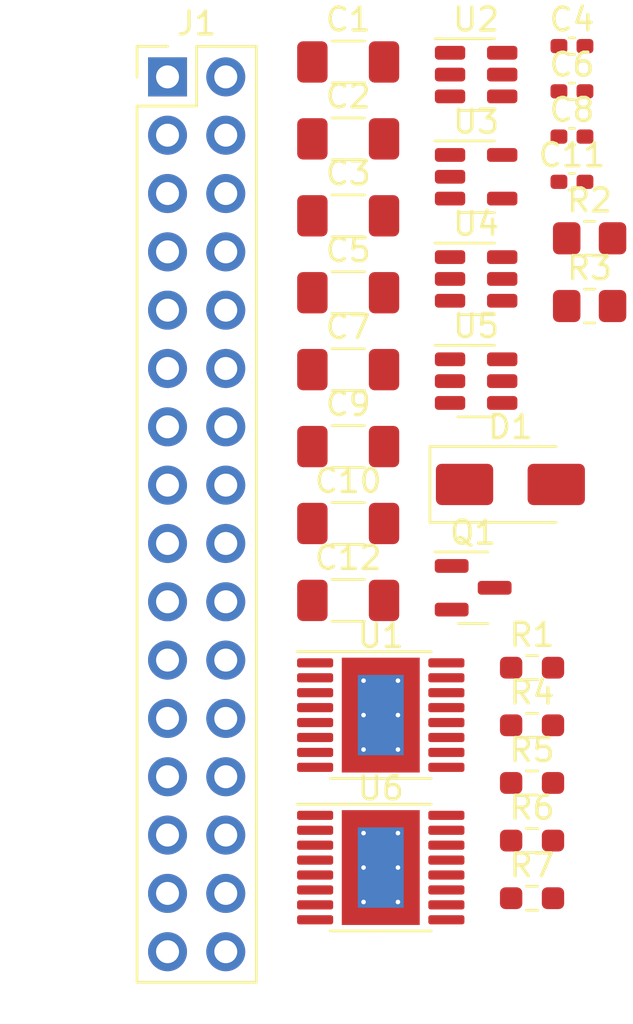
<source format=kicad_pcb>
(kicad_pcb (version 20221018) (generator pcbnew)
  (layers (0 "F.Cu" signal) (31 "B.Cu" signal) (34 "B.Paste" user) (35 "F.Paste" user) (36 "B.SilkS" user "B.Silkscreen") (37 "F.SilkS" user "F.Silkscreen") (38 "B.Mask" user) (39 "F.Mask" user) (44 "Edge.Cuts" user))
  (net 0 "")
  (net 1 "/5V")
  (net 2 "GND")
  (net 3 "/PWR_OUT")
  (net 4 "Net-(U1-VINT)")
  (net 5 "Net-(U1-VCP)")
  (net 6 "Net-(U6-VCP)")
  (net 7 "/EXT_LOAD1_OUT")
  (net 8 "/EXT_LOAD2_OUT")
  (net 9 "Net-(U6-VINT)")
  (net 10 "Net-(D1-A)")
  (net 11 "/MOTOR2_B_OUT")
  (net 12 "/MOTOR2_A_OUT")
  (net 13 "/MOTOR4_A_OUT")
  (net 14 "/MOTOR2_CTRL1")
  (net 15 "/MOTOR4_B_OUT")
  (net 16 "/MOTOR2_CTRL2")
  (net 17 "/CTRL_EXT_LOAD2")
  (net 18 "/MOTOR4_CTRL1")
  (net 20 "/MOTOR4_CTRL2")
  (net 22 "/FAST_CHARGE_CTRL")
  (net 23 "/BATTERY")
  (net 25 "/I2C1_SCL")
  (net 26 "/I2C1_SDA")
  (net 27 "/3V3")
  (net 28 "/9V")
  (net 29 "/MOTOR3_CTRL1")
  (net 30 "/CTRL_EXT_LOAD1")
  (net 31 "/MOTOR3_CTRL2")
  (net 32 "/MOTOR3_A_OUT")
  (net 33 "/MOTOR1_CTRL1")
  (net 34 "/MOTOR3_B_OUT")
  (net 35 "/MOTOR1_CTRL2")
  (net 36 "/MOTOR1_B_OUT")
  (net 37 "/MOTOR1_A_OUT")
  (net 38 "Net-(Q1-G)")
  (net 39 "Net-(U2-FB)")
  (net 40 "Net-(U1-AISEN)")
  (net 41 "Net-(U1-BISEN)")
  (net 42 "Net-(U6-AISEN)")
  (net 43 "Net-(U6-BISEN)")
  (footprint "Resistor_SMD:R_0603_1608Metric_Pad0.98x0.95mm_HandSolder" (layer "F.Cu") (at 133.7075 99.12)
    (fp_text reference "R5" (at 0 -1.43) (layer "F.SilkS"))
    (fp_text value "1")
    (fp_line (start -0.254724 -0.5225) (end 0.254724 -0.5225) (stroke (width 0.12)) (layer "F.SilkS"))
    (fp_line (start -0.254724 0.5225) (end 0.254724 0.5225) (stroke (width 0.12)) (layer "F.SilkS"))
    (pad "1" smd roundrect (at -0.9125 0) (size 0.975 0.95) (layers "F.Cu" "F.Paste" "F.Mask") (net 41 "Net-(U1-BISEN)"))
    (pad "2" smd roundrect (at 0.9125 0) (size 0.975 0.95) (layers "F.Cu" "F.Paste" "F.Mask") (net 2 "GND"))
  )
  (footprint "Resistor_SMD:R_0603_1608Metric_Pad0.98x0.95mm_HandSolder" (layer "F.Cu") (at 133.7075 96.61)
    (fp_text reference "R4" (at 0 -1.43) (layer "F.SilkS"))
    (fp_text value "1")
    (fp_line (start -0.254724 -0.5225) (end 0.254724 -0.5225) (stroke (width 0.12)) (layer "F.SilkS"))
    (fp_line (start -0.254724 0.5225) (end 0.254724 0.5225) (stroke (width 0.12)) (layer "F.SilkS"))
    (pad "1" smd roundrect (at -0.9125 0) (size 0.975 0.95) (layers "F.Cu" "F.Paste" "F.Mask") (net 2 "GND"))
    (pad "2" smd roundrect (at 0.9125 0) (size 0.975 0.95) (layers "F.Cu" "F.Paste" "F.Mask") (net 40 "Net-(U1-AISEN)"))
  )
  (footprint "Capacitor_SMD:C_1206_3216Metric_Pad1.33x1.80mm_HandSolder" (layer "F.Cu") (at 125.6875 67.72)
    (fp_text reference "C1" (at 0 -1.85) (layer "F.SilkS"))
    (fp_text value "1uF")
    (fp_line (start -0.711252 -0.91) (end 0.711252 -0.91) (stroke (width 0.12)) (layer "F.SilkS"))
    (fp_line (start -0.711252 0.91) (end 0.711252 0.91) (stroke (width 0.12)) (layer "F.SilkS"))
    (pad "1" smd roundrect (at -1.5625 0) (size 1.325 1.8) (layers "F.Cu" "F.Paste" "F.Mask") (roundrect_rratio 0.188679) (net 1 "/5V"))
    (pad "2" smd roundrect (at 1.5625 0) (size 1.325 1.8) (layers "F.Cu" "F.Paste" "F.Mask") (roundrect_rratio 0.188679) (net 2 "GND"))
  )
  (footprint "Package_SO:HTSSOP-16-1EP_4.4x5mm_P0.65mm_EP3.4x5mm_Mask2.46x2.31mm_ThermalVias" (layer "F.Cu") (at 127.1075 102.805)
    (fp_text reference "U6" (at 0 -3.45) (layer "F.SilkS"))
    (fp_text value "DRV8833PWP")
    (fp_line (start 0 -2.76) (end -3.65 -2.76) (stroke (width 0.12)) (layer "F.SilkS"))
    (fp_line (start 0 -2.76) (end 2.2 -2.76) (stroke (width 0.12)) (layer "F.SilkS"))
    (fp_line (start 0 2.76) (end -2.2 2.76) (stroke (width 0.12)) (layer "F.SilkS"))
    (fp_line (start 0 2.76) (end 2.2 2.76) (stroke (width 0.12)) (layer "F.SilkS"))
    (pad "1" smd roundrect (at -2.8625 -2.275) (size 1.575 0.4) (layers "F.Cu" "F.Paste" "F.Mask") (net 3 "/PWR_OUT"))
    (pad "2" smd roundrect (at -2.8625 -1.625) (size 1.575 0.4) (layers "F.Cu" "F.Paste" "F.Mask") (net 32 "/MOTOR3_A_OUT"))
    (pad "3" smd roundrect (at -2.8625 -0.975) (size 1.575 0.4) (layers "F.Cu" "F.Paste" "F.Mask") (net 42 "Net-(U6-AISEN)"))
    (pad "4" smd roundrect (at -2.8625 -0.325) (size 1.575 0.4) (layers "F.Cu" "F.Paste" "F.Mask") (net 34 "/MOTOR3_B_OUT"))
    (pad "5" smd roundrect (at -2.8625 0.325) (size 1.575 0.4) (layers "F.Cu" "F.Paste" "F.Mask") (net 15 "/MOTOR4_B_OUT"))
    (pad "6" smd roundrect (at -2.8625 0.975) (size 1.575 0.4) (layers "F.Cu" "F.Paste" "F.Mask") (net 43 "Net-(U6-BISEN)"))
    (pad "7" smd roundrect (at -2.8625 1.625) (size 1.575 0.4) (layers "F.Cu" "F.Paste" "F.Mask") (net 13 "/MOTOR4_A_OUT"))
    (pad "8" smd roundrect (at -2.8625 2.275) (size 1.575 0.4) (layers "F.Cu" "F.Paste" "F.Mask"))
    (pad "9" smd roundrect (at 2.8625 2.275) (size 1.575 0.4) (layers "F.Cu" "F.Paste" "F.Mask") (net 18 "/MOTOR4_CTRL1"))
    (pad "10" smd roundrect (at 2.8625 1.625) (size 1.575 0.4) (layers "F.Cu" "F.Paste" "F.Mask") (net 20 "/MOTOR4_CTRL2"))
    (pad "11" smd roundrect (at 2.8625 0.975) (size 1.575 0.4) (layers "F.Cu" "F.Paste" "F.Mask") (net 6 "Net-(U6-VCP)"))
    (pad "12" smd roundrect (at 2.8625 0.325) (size 1.575 0.4) (layers "F.Cu" "F.Paste" "F.Mask") (net 3 "/PWR_OUT"))
    (pad "13" smd roundrect (at 2.8625 -0.325) (size 1.575 0.4) (layers "F.Cu" "F.Paste" "F.Mask") (net 2 "GND"))
    (pad "14" smd roundrect (at 2.8625 -0.975) (size 1.575 0.4) (layers "F.Cu" "F.Paste" "F.Mask") (net 9 "Net-(U6-VINT)"))
    (pad "15" smd roundrect (at 2.8625 -1.625) (size 1.575 0.4) (layers "F.Cu" "F.Paste" "F.Mask") (net 31 "/MOTOR3_CTRL2"))
    (pad "16" smd roundrect (at 2.8625 -2.275) (size 1.575 0.4) (layers "F.Cu" "F.Paste" "F.Mask") (net 29 "/MOTOR3_CTRL1"))
    (pad "17" thru_hole circle (at -0.75 -1.5) (size 0.5 0.5) (drill 0.2) (layers "*.Cu") (net 2 "GND"))
    (pad "17" thru_hole circle (at -0.75 0) (size 0.5 0.5) (drill 0.2) (layers "*.Cu") (net 2 "GND"))
    (pad "17" thru_hole circle (at -0.75 1.5) (size 0.5 0.5) (drill 0.2) (layers "*.Cu") (net 2 "GND"))
    (pad "17" smd rect (at 0 0) (size 2 3.5) (layers "B.Cu") (net 2 "GND"))
    (pad "17" smd rect (at 0 0) (size 3.4 5) (layers "F.Cu") (net 2 "GND"))
    (pad "17" thru_hole circle (at 0.75 -1.5) (size 0.5 0.5) (drill 0.2) (layers "*.Cu") (net 2 "GND"))
    (pad "17" thru_hole circle (at 0.75 0) (size 0.5 0.5) (drill 0.2) (layers "*.Cu") (net 2 "GND"))
    (pad "17" thru_hole circle (at 0.75 1.5) (size 0.5 0.5) (drill 0.2) (layers "*.Cu") (net 2 "GND"))
  )
  (footprint "Capacitor_SMD:C_1206_3216Metric_Pad1.33x1.80mm_HandSolder" (layer "F.Cu") (at 125.6875 84.47)
    (fp_text reference "C9" (at 0 -1.85) (layer "F.SilkS"))
    (fp_text value "1uF")
    (fp_line (start -0.711252 -0.91) (end 0.711252 -0.91) (stroke (width 0.12)) (layer "F.SilkS"))
    (fp_line (start -0.711252 0.91) (end 0.711252 0.91) (stroke (width 0.12)) (layer "F.SilkS"))
    (pad "1" smd roundrect (at -1.5625 0) (size 1.325 1.8) (layers "F.Cu" "F.Paste" "F.Mask") (roundrect_rratio 0.188679) (net 7 "/EXT_LOAD1_OUT"))
    (pad "2" smd roundrect (at 1.5625 0) (size 1.325 1.8) (layers "F.Cu" "F.Paste" "F.Mask") (roundrect_rratio 0.188679) (net 2 "GND"))
  )
  (footprint "Resistor_SMD:R_0603_1608Metric_Pad0.98x0.95mm_HandSolder" (layer "F.Cu") (at 133.7075 101.63)
    (fp_text reference "R6" (at 0 -1.43) (layer "F.SilkS"))
    (fp_text value "0.4")
    (fp_line (start -0.254724 -0.5225) (end 0.254724 -0.5225) (stroke (width 0.12)) (layer "F.SilkS"))
    (fp_line (start -0.254724 0.5225) (end 0.254724 0.5225) (stroke (width 0.12)) (layer "F.SilkS"))
    (pad "1" smd roundrect (at -0.9125 0) (size 0.975 0.95) (layers "F.Cu" "F.Paste" "F.Mask") (net 42 "Net-(U6-AISEN)"))
    (pad "2" smd roundrect (at 0.9125 0) (size 0.975 0.95) (layers "F.Cu" "F.Paste" "F.Mask") (net 2 "GND"))
  )
  (footprint "Package_SO:HTSSOP-16-1EP_4.4x5mm_P0.65mm_EP3.4x5mm_Mask2.46x2.31mm_ThermalVias" (layer "F.Cu") (at 127.1075 96.165)
    (fp_text reference "U1" (at 0 -3.45) (layer "F.SilkS"))
    (fp_text value "DRV8833PWP")
    (fp_line (start 0 -2.76) (end -3.65 -2.76) (stroke (width 0.12)) (layer "F.SilkS"))
    (fp_line (start 0 -2.76) (end 2.2 -2.76) (stroke (width 0.12)) (layer "F.SilkS"))
    (fp_line (start 0 2.76) (end -2.2 2.76) (stroke (width 0.12)) (layer "F.SilkS"))
    (fp_line (start 0 2.76) (end 2.2 2.76) (stroke (width 0.12)) (layer "F.SilkS"))
    (pad "1" smd roundrect (at -2.8625 -2.275) (size 1.575 0.4) (layers "F.Cu" "F.Paste" "F.Mask") (net 3 "/PWR_OUT"))
    (pad "2" smd roundrect (at -2.8625 -1.625) (size 1.575 0.4) (layers "F.Cu" "F.Paste" "F.Mask") (net 37 "/MOTOR1_A_OUT"))
    (pad "3" smd roundrect (at -2.8625 -0.975) (size 1.575 0.4) (layers "F.Cu" "F.Paste" "F.Mask") (net 40 "Net-(U1-AISEN)"))
    (pad "4" smd roundrect (at -2.8625 -0.325) (size 1.575 0.4) (layers "F.Cu" "F.Paste" "F.Mask") (net 36 "/MOTOR1_B_OUT"))
    (pad "5" smd roundrect (at -2.8625 0.325) (size 1.575 0.4) (layers "F.Cu" "F.Paste" "F.Mask") (net 11 "/MOTOR2_B_OUT"))
    (pad "6" smd roundrect (at -2.8625 0.975) (size 1.575 0.4) (layers "F.Cu" "F.Paste" "F.Mask") (net 41 "Net-(U1-BISEN)"))
    (pad "7" smd roundrect (at -2.8625 1.625) (size 1.575 0.4) (layers "F.Cu" "F.Paste" "F.Mask") (net 12 "/MOTOR2_A_OUT"))
    (pad "8" smd roundrect (at -2.8625 2.275) (size 1.575 0.4) (layers "F.Cu" "F.Paste" "F.Mask"))
    (pad "9" smd roundrect (at 2.8625 2.275) (size 1.575 0.4) (layers "F.Cu" "F.Paste" "F.Mask") (net 14 "/MOTOR2_CTRL1"))
    (pad "10" smd roundrect (at 2.8625 1.625) (size 1.575 0.4) (layers "F.Cu" "F.Paste" "F.Mask") (net 16 "/MOTOR2_CTRL2"))
    (pad "11" smd roundrect (at 2.8625 0.975) (size 1.575 0.4) (layers "F.Cu" "F.Paste" "F.Mask") (net 5 "Net-(U1-VCP)"))
    (pad "12" smd roundrect (at 2.8625 0.325) (size 1.575 0.4) (layers "F.Cu" "F.Paste" "F.Mask") (net 3 "/PWR_OUT"))
    (pad "13" smd roundrect (at 2.8625 -0.325) (size 1.575 0.4) (layers "F.Cu" "F.Paste" "F.Mask") (net 2 "GND"))
    (pad "14" smd roundrect (at 2.8625 -0.975) (size 1.575 0.4) (layers "F.Cu" "F.Paste" "F.Mask") (net 4 "Net-(U1-VINT)"))
    (pad "15" smd roundrect (at 2.8625 -1.625) (size 1.575 0.4) (layers "F.Cu" "F.Paste" "F.Mask") (net 35 "/MOTOR1_CTRL2"))
    (pad "16" smd roundrect (at 2.8625 -2.275) (size 1.575 0.4) (layers "F.Cu" "F.Paste" "F.Mask") (net 33 "/MOTOR1_CTRL1"))
    (pad "17" thru_hole circle (at -0.75 -1.5) (size 0.5 0.5) (drill 0.2) (layers "*.Cu") (net 2 "GND"))
    (pad "17" thru_hole circle (at -0.75 0) (size 0.5 0.5) (drill 0.2) (layers "*.Cu") (net 2 "GND"))
    (pad "17" thru_hole circle (at -0.75 1.5) (size 0.5 0.5) (drill 0.2) (layers "*.Cu") (net 2 "GND"))
    (pad "17" smd rect (at 0 0) (size 2 3.5) (layers "B.Cu") (net 2 "GND"))
    (pad "17" smd rect (at 0 0) (size 3.4 5) (layers "F.Cu") (net 2 "GND"))
    (pad "17" thru_hole circle (at 0.75 -1.5) (size 0.5 0.5) (drill 0.2) (layers "*.Cu") (net 2 "GND"))
    (pad "17" thru_hole circle (at 0.75 0) (size 0.5 0.5) (drill 0.2) (layers "*.Cu") (net 2 "GND"))
    (pad "17" thru_hole circle (at 0.75 1.5) (size 0.5 0.5) (drill 0.2) (layers "*.Cu") (net 2 "GND"))
  )
  (footprint "Package_TO_SOT_SMD:SOT-23-6" (layer "F.Cu") (at 131.2675 81.62)
    (fp_text reference "U5" (at 0 -2.4) (layer "F.SilkS"))
    (fp_text value "TPS22929D")
    (fp_line (start 0 -1.56) (end -1.8 -1.56) (stroke (width 0.12)) (layer "F.SilkS"))
    (fp_line (start 0 -1.56) (end 0.8 -1.56) (stroke (width 0.12)) (layer "F.SilkS"))
    (fp_line (start 0 1.56) (end -0.8 1.56) (stroke (width 0.12)) (layer "F.SilkS"))
    (fp_line (start 0 1.56) (end 0.8 1.56) (stroke (width 0.12)) (layer "F.SilkS"))
    (pad "1" smd roundrect (at -1.1375 -0.95) (size 1.325 0.6) (layers "F.Cu" "F.Paste" "F.Mask") (net 7 "/EXT_LOAD1_OUT"))
    (pad "2" smd roundrect (at -1.1375 0) (size 1.325 0.6) (layers "F.Cu" "F.Paste" "F.Mask") (net 2 "GND"))
    (pad "3" smd roundrect (at -1.1375 0.95) (size 1.325 0.6) (layers "F.Cu" "F.Paste" "F.Mask") (net 30 "/CTRL_EXT_LOAD1"))
    (pad "4" smd roundrect (at 1.1375 0.95) (size 1.325 0.6) (layers "F.Cu" "F.Paste" "F.Mask") (net 3 "/PWR_OUT"))
    (pad "5" smd roundrect (at 1.1375 0) (size 1.325 0.6) (layers "F.Cu" "F.Paste" "F.Mask") (net 2 "GND"))
    (pad "6" smd roundrect (at 1.1375 -0.95) (size 1.325 0.6) (layers "F.Cu" "F.Paste" "F.Mask") (net 3 "/PWR_OUT"))
  )
  (footprint "Capacitor_SMD:C_0402_1005Metric_Pad0.74x0.62mm_HandSolder" (layer "F.Cu") (at 135.4475 69)
    (fp_text reference "C6" (at 0 -1.16) (layer "F.SilkS"))
    (fp_text value "0.01uF")
    (fp_line (start -0.115835 -0.36) (end 0.115835 -0.36) (stroke (width 0.12)) (layer "F.SilkS"))
    (fp_line (start -0.115835 0.36) (end 0.115835 0.36) (stroke (width 0.12)) (layer "F.SilkS"))
    (pad "1" smd roundrect (at -0.5675 0) (size 0.735 0.62) (layers "F.Cu" "F.Paste" "F.Mask") (net 5 "Net-(U1-VCP)"))
    (pad "2" smd roundrect (at 0.5675 0) (size 0.735 0.62) (layers "F.Cu" "F.Paste" "F.Mask") (net 3 "/PWR_OUT"))
  )
  (footprint "Capacitor_SMD:C_1206_3216Metric_Pad1.33x1.80mm_HandSolder" (layer "F.Cu") (at 125.6875 91.17)
    (fp_text reference "C12" (at 0 -1.85) (layer "F.SilkS"))
    (fp_text value "10 uF")
    (fp_line (start -0.711252 -0.91) (end 0.711252 -0.91) (stroke (width 0.12)) (layer "F.SilkS"))
    (fp_line (start -0.711252 0.91) (end 0.711252 0.91) (stroke (width 0.12)) (layer "F.SilkS"))
    (pad "1" smd roundrect (at -1.5625 0) (size 1.325 1.8) (layers "F.Cu" "F.Paste" "F.Mask") (roundrect_rratio 0.188679) (net 3 "/PWR_OUT"))
    (pad "2" smd roundrect (at 1.5625 0) (size 1.325 1.8) (layers "F.Cu" "F.Paste" "F.Mask") (roundrect_rratio 0.188679) (net 2 "GND"))
  )
  (footprint "Capacitor_SMD:C_0402_1005Metric_Pad0.74x0.62mm_HandSolder" (layer "F.Cu") (at 135.4475 67.03)
    (fp_text reference "C4" (at 0 -1.16) (layer "F.SilkS"))
    (fp_text value "2.2 uF")
    (fp_line (start -0.115835 -0.36) (end 0.115835 -0.36) (stroke (width 0.12)) (layer "F.SilkS"))
    (fp_line (start -0.115835 0.36) (end 0.115835 0.36) (stroke (width 0.12)) (layer "F.SilkS"))
    (pad "1" smd roundrect (at -0.5675 0) (size 0.735 0.62) (layers "F.Cu" "F.Paste" "F.Mask") (net 4 "Net-(U1-VINT)"))
    (pad "2" smd roundrect (at 0.5675 0) (size 0.735 0.62) (layers "F.Cu" "F.Paste" "F.Mask") (net 2 "GND"))
  )
  (footprint "Capacitor_SMD:C_0402_1005Metric_Pad0.74x0.62mm_HandSolder" (layer "F.Cu") (at 135.4475 70.97)
    (fp_text reference "C8" (at 0 -1.16) (layer "F.SilkS"))
    (fp_text value "0.01uF")
    (fp_line (start -0.115835 -0.36) (end 0.115835 -0.36) (stroke (width 0.12)) (layer "F.SilkS"))
    (fp_line (start -0.115835 0.36) (end 0.115835 0.36) (stroke (width 0.12)) (layer "F.SilkS"))
    (pad "1" smd roundrect (at -0.5675 0) (size 0.735 0.62) (layers "F.Cu" "F.Paste" "F.Mask") (net 6 "Net-(U6-VCP)"))
    (pad "2" smd roundrect (at 0.5675 0) (size 0.735 0.62) (layers "F.Cu" "F.Paste" "F.Mask") (net 3 "/PWR_OUT"))
  )
  (footprint "Package_TO_SOT_SMD:SOT-23" (layer "F.Cu") (at 131.1375 90.62)
    (fp_text reference "Q1" (at 0 -2.4) (layer "F.SilkS"))
    (fp_text value "AO3401A")
    (fp_line (start 0 -1.56) (end -1.675 -1.56) (stroke (width 0.12)) (layer "F.SilkS"))
    (fp_line (start 0 -1.56) (end 0.65 -1.56) (stroke (width 0.12)) (layer "F.SilkS"))
    (fp_line (start 0 1.56) (end -0.65 1.56) (stroke (width 0.12)) (layer "F.SilkS"))
    (fp_line (start 0 1.56) (end 0.65 1.56) (stroke (width 0.12)) (layer "F.SilkS"))
    (pad "1" smd roundrect (at -0.9375 -0.95) (size 1.475 0.6) (layers "F.Cu" "F.Paste" "F.Mask") (net 38 "Net-(Q1-G)"))
    (pad "2" smd roundrect (at -0.9375 0.95) (size 1.475 0.6) (layers "F.Cu" "F.Paste" "F.Mask") (net 23 "/BATTERY"))
    (pad "3" smd roundrect (at 0.9375 0) (size 1.475 0.6) (layers "F.Cu" "F.Paste" "F.Mask") (net 3 "/PWR_OUT"))
  )
  (footprint "Resistor_SMD:R_0805_2012Metric_Pad1.20x1.40mm_HandSolder" (layer "F.Cu") (at 136.2175 78.35)
    (fp_text reference "R3" (at 0 -1.65) (layer "F.SilkS"))
    (fp_text value "47k")
    (fp_line (start -0.227064 -0.735) (end 0.227064 -0.735) (stroke (width 0.12)) (layer "F.SilkS"))
    (fp_line (start -0.227064 0.735) (end 0.227064 0.735) (stroke (width 0.12)) (layer "F.SilkS"))
    (pad "1" smd roundrect (at -1 0) (size 1.2 1.4) (layers "F.Cu" "F.Paste" "F.Mask") (roundrect_rratio 0.208333) (net 23 "/BATTERY"))
    (pad "2" smd roundrect (at 1 0) (size 1.2 1.4) (layers "F.Cu" "F.Paste" "F.Mask") (roundrect_rratio 0.208333) (net 38 "Net-(Q1-G)"))
  )
  (footprint "Resistor_SMD:R_0805_2012Metric_Pad1.20x1.40mm_HandSolder" (layer "F.Cu") (at 136.2175 75.4)
    (fp_text reference "R2" (at 0 -1.65) (layer "F.SilkS"))
    (fp_text value "10k")
    (fp_line (start -0.227064 -0.735) (end 0.227064 -0.735) (stroke (width 0.12)) (layer "F.SilkS"))
    (fp_line (start -0.227064 0.735) (end 0.227064 0.735) (stroke (width 0.12)) (layer "F.SilkS"))
    (pad "1" smd roundrect (at -1 0) (size 1.2 1.4) (layers "F.Cu" "F.Paste" "F.Mask") (roundrect_rratio 0.208333) (net 39 "Net-(U2-FB)"))
    (pad "2" smd roundrect (at 1 0) (size 1.2 1.4) (layers "F.Cu" "F.Paste" "F.Mask") (roundrect_rratio 0.208333) (net 2 "GND"))
  )
  (footprint "Capacitor_SMD:C_1206_3216Metric_Pad1.33x1.80mm_HandSolder" (layer "F.Cu") (at 125.6875 74.42)
    (fp_text reference "C3" (at 0 -1.85) (layer "F.SilkS"))
    (fp_text value "1uF")
    (fp_line (start -0.711252 -0.91) (end 0.711252 -0.91) (stroke (width 0.12)) (layer "F.SilkS"))
    (fp_line (start -0.711252 0.91) (end 0.711252 0.91) (stroke (width 0.12)) (layer "F.SilkS"))
    (pad "1" smd roundrect (at -1.5625 0) (size 1.325 1.8) (layers "F.Cu" "F.Paste" "F.Mask") (roundrect_rratio 0.188679) (net 3 "/PWR_OUT"))
    (pad "2" smd roundrect (at 1.5625 0) (size 1.325 1.8) (layers "F.Cu" "F.Paste" "F.Mask") (roundrect_rratio 0.188679) (net 2 "GND"))
  )
  (footprint "Capacitor_SMD:C_1206_3216Metric_Pad1.33x1.80mm_HandSolder" (layer "F.Cu") (at 125.6875 71.07)
    (fp_text reference "C2" (at 0 -1.85) (layer "F.SilkS"))
    (fp_text value "1 uF")
    (fp_line (start -0.711252 -0.91) (end 0.711252 -0.91) (stroke (width 0.12)) (layer "F.SilkS"))
    (fp_line (start -0.711252 0.91) (end 0.711252 0.91) (stroke (width 0.12)) (layer "F.SilkS"))
    (pad "1" smd roundrect (at -1.5625 0) (size 1.325 1.8) (layers "F.Cu" "F.Paste" "F.Mask") (roundrect_rratio 0.188679) (net 1 "/5V"))
    (pad "2" smd roundrect (at 1.5625 0) (size 1.325 1.8) (layers "F.Cu" "F.Paste" "F.Mask") (roundrect_rratio 0.188679) (net 2 "GND"))
  )
  (footprint "Package_TO_SOT_SMD:SOT-23-6" (layer "F.Cu") (at 131.2675 77.17)
    (fp_text reference "U4" (at 0 -2.4) (layer "F.SilkS"))
    (fp_text value "TPS22929D")
    (fp_line (start 0 -1.56) (end -1.8 -1.56) (stroke (width 0.12)) (layer "F.SilkS"))
    (fp_line (start 0 -1.56) (end 0.8 -1.56) (stroke (width 0.12)) (layer "F.SilkS"))
    (fp_line (start 0 1.56) (end -0.8 1.56) (stroke (width 0.12)) (layer "F.SilkS"))
    (fp_line (start 0 1.56) (end 0.8 1.56) (stroke (width 0.12)) (layer "F.SilkS"))
    (pad "1" smd roundrect (at -1.1375 -0.95) (size 1.325 0.6) (layers "F.Cu" "F.Paste" "F.Mask") (net 8 "/EXT_LOAD2_OUT"))
    (pad "2" smd roundrect (at -1.1375 0) (size 1.325 0.6) (layers "F.Cu" "F.Paste" "F.Mask") (net 2 "GND"))
    (pad "3" smd roundrect (at -1.1375 0.95) (size 1.325 0.6) (layers "F.Cu" "F.Paste" "F.Mask") (net 17 "/CTRL_EXT_LOAD2"))
    (pad "4" smd roundrect (at 1.1375 0.95) (size 1.325 0.6) (layers "F.Cu" "F.Paste" "F.Mask") (net 3 "/PWR_OUT"))
    (pad "5" smd roundrect (at 1.1375 0) (size 1.325 0.6) (layers "F.Cu" "F.Paste" "F.Mask") (net 2 "GND"))
    (pad "6" smd roundrect (at 1.1375 -0.95) (size 1.325 0.6) (layers "F.Cu" "F.Paste" "F.Mask") (net 3 "/PWR_OUT"))
  )
  (footprint "Capacitor_SMD:C_1206_3216Metric_Pad1.33x1.80mm_HandSolder" (layer "F.Cu") (at 125.6875 77.77)
    (fp_text reference "C5" (at 0 -1.85) (layer "F.SilkS"))
    (fp_text value "10 uF")
    (fp_line (start -0.711252 -0.91) (end 0.711252 -0.91) (stroke (width 0.12)) (layer "F.SilkS"))
    (fp_line (start -0.711252 0.91) (end 0.711252 0.91) (stroke (width 0.12)) (layer "F.SilkS"))
    (pad "1" smd roundrect (at -1.5625 0) (size 1.325 1.8) (layers "F.Cu" "F.Paste" "F.Mask") (roundrect_rratio 0.188679) (net 3 "/PWR_OUT"))
    (pad "2" smd roundrect (at 1.5625 0) (size 1.325 1.8) (layers "F.Cu" "F.Paste" "F.Mask") (roundrect_rratio 0.188679) (net 2 "GND"))
  )
  (footprint "Package_TO_SOT_SMD:SOT-23-5" (layer "F.Cu") (at 131.2675 72.72)
    (fp_text reference "U3" (at 0 -2.4) (layer "F.SilkS"))
    (fp_text value "AP2112K-3.3")
    (fp_line (start 0 -1.56) (end -1.8 -1.56) (stroke (width 0.12)) (layer "F.SilkS"))
    (fp_line (start 0 -1.56) (end 0.8 -1.56) (stroke (width 0.12)) (layer "F.SilkS"))
    (fp_line (start 0 1.56) (end -0.8 1.56) (stroke (width 0.12)) (layer "F.SilkS"))
    (fp_line (start 0 1.56) (end 0.8 1.56) (stroke (width 0.12)) (layer "F.SilkS"))
    (pad "1" smd roundrect (at -1.1375 -0.95) (size 1.325 0.6) (layers "F.Cu" "F.Paste" "F.Mask") (net 1 "/5V"))
    (pad "2" smd roundrect (at -1.1375 0) (size 1.325 0.6) (layers "F.Cu" "F.Paste" "F.Mask") (net 2 "GND"))
    (pad "3" smd roundrect (at -1.1375 0.95) (size 1.325 0.6) (layers "F.Cu" "F.Paste" "F.Mask") (net 3 "/PWR_OUT"))
    (pad "4" smd roundrect (at 1.1375 0.95) (size 1.325 0.6) (layers "F.Cu" "F.Paste" "F.Mask"))
    (pad "5" smd roundrect (at 1.1375 -0.95) (size 1.325 0.6) (layers "F.Cu" "F.Paste" "F.Mask") (net 27 "/3V3"))
  )
  (footprint "Diode_SMD:D_SMA" (layer "F.Cu") (at 132.7625 86.12)
    (fp_text reference "D1" (at 0 -2.5) (layer "F.SilkS"))
    (fp_text value "D_Schottky")
    (fp_line (start -3.51 -1.65) (end -3.51 1.65) (stroke (width 0.12)) (layer "F.SilkS"))
    (fp_line (start -3.51 -1.65) (end 2 -1.65) (stroke (width 0.12)) (layer "F.SilkS"))
    (fp_line (start -3.51 1.65) (end 2 1.65) (stroke (width 0.12)) (layer "F.SilkS"))
    (pad "1" smd roundrect (at -2 0) (size 2.5 1.8) (layers "F.Cu" "F.Paste" "F.Mask") (roundrect_rratio 0.1388888889) (net 1 "/5V"))
    (pad "2" smd roundrect (at 2 0) (size 2.5 1.8) (layers "F.Cu" "F.Paste" "F.Mask") (roundrect_rratio 0.1388888889) (net 10 "Net-(D1-A)"))
  )
  (footprint "Resistor_SMD:R_0603_1608Metric_Pad0.98x0.95mm_HandSolder" (layer "F.Cu") (at 133.7075 94.1)
    (fp_text reference "R1" (at 0 -1.43) (layer "F.SilkS"))
    (fp_text value "75k")
    (fp_line (start -0.254724 -0.5225) (end 0.254724 -0.5225) (stroke (width 0.12)) (layer "F.SilkS"))
    (fp_line (start -0.254724 0.5225) (end 0.254724 0.5225) (stroke (width 0.12)) (layer "F.SilkS"))
    (pad "1" smd roundrect (at -0.9125 0) (size 0.975 0.95) (layers "F.Cu" "F.Paste" "F.Mask") (net 1 "/5V"))
    (pad "2" smd roundrect (at 0.9125 0) (size 0.975 0.95) (layers "F.Cu" "F.Paste" "F.Mask") (net 39 "Net-(U2-FB)"))
  )
  (footprint "Capacitor_SMD:C_1206_3216Metric_Pad1.33x1.80mm_HandSolder" (layer "F.Cu") (at 125.6875 81.12)
    (fp_text reference "C7" (at 0 -1.85) (layer "F.SilkS"))
    (fp_text value "1uF")
    (fp_line (start -0.711252 -0.91) (end 0.711252 -0.91) (stroke (width 0.12)) (layer "F.SilkS"))
    (fp_line (start -0.711252 0.91) (end 0.711252 0.91) (stroke (width 0.12)) (layer "F.SilkS"))
    (pad "1" smd roundrect (at -1.5625 0) (size 1.325 1.8) (layers "F.Cu" "F.Paste" "F.Mask") (roundrect_rratio 0.188679) (net 2 "GND"))
    (pad "2" smd roundrect (at 1.5625 0) (size 1.325 1.8) (layers "F.Cu" "F.Paste" "F.Mask") (roundrect_rratio 0.188679) (net 3 "/PWR_OUT"))
  )
  (footprint "Connector_PinHeader_2.54mm:PinHeader_2x16_P2.54mm_Vertical" (layer "F.Cu") (at 117.8075 68.37)
    (fp_text reference "J1" (at 1.27 -2.33) (layer "F.SilkS"))
    (fp_text value "Conn_02x16_Odd_Even")
    (fp_line (start -1.33 -1.33) (end 0 -1.33) (stroke (width 0.12)) (layer "F.SilkS"))
    (fp_line (start -1.33 0) (end -1.33 -1.33) (stroke (width 0.12)) (layer "F.SilkS"))
    (fp_line (start -1.33 1.27) (end -1.33 39.43) (stroke (width 0.12)) (layer "F.SilkS"))
    (fp_line (start -1.33 1.27) (end 1.27 1.27) (stroke (width 0.12)) (layer "F.SilkS"))
    (fp_line (start -1.33 39.43) (end 3.87 39.43) (stroke (width 0.12)) (layer "F.SilkS"))
    (fp_line (start 1.27 -1.33) (end 3.87 -1.33) (stroke (width 0.12)) (layer "F.SilkS"))
    (fp_line (start 1.27 1.27) (end 1.27 -1.33) (stroke (width 0.12)) (layer "F.SilkS"))
    (fp_line (start 3.87 -1.33) (end 3.87 39.43) (stroke (width 0.12)) (layer "F.SilkS"))
    (pad "1" thru_hole rect (at 0 0) (size 1.7 1.7) (drill 1) (layers "*.Cu" "*.Mask") (net 11 "/MOTOR2_B_OUT"))
    (pad "2" thru_hole oval (at 2.54 0) (size 1.7 1.7) (drill 1) (layers "*.Cu" "*.Mask") (net 12 "/MOTOR2_A_OUT"))
    (pad "3" thru_hole oval (at 0 2.54) (size 1.7 1.7) (drill 1) (layers "*.Cu" "*.Mask") (net 13 "/MOTOR4_A_OUT"))
    (pad "4" thru_hole oval (at 2.54 2.54) (size 1.7 1.7) (drill 1) (layers "*.Cu" "*.Mask") (net 14 "/MOTOR2_CTRL1"))
    (pad "5" thru_hole oval (at 0 5.08) (size 1.7 1.7) (drill 1) (layers "*.Cu" "*.Mask") (net 15 "/MOTOR4_B_OUT"))
    (pad "6" thru_hole oval (at 2.54 5.08) (size 1.7 1.7) (drill 1) (layers "*.Cu" "*.Mask") (net 16 "/MOTOR2_CTRL2"))
    (pad "7" thru_hole oval (at 0 7.62) (size 1.7 1.7) (drill 1) (layers "*.Cu" "*.Mask") (net 17 "/CTRL_EXT_LOAD2"))
    (pad "8" thru_hole oval (at 2.54 7.62) (size 1.7 1.7) (drill 1) (layers "*.Cu" "*.Mask") (net 18 "/MOTOR4_CTRL1"))
    (pad "9" thru_hole oval (at 0 10.16) (size 1.7 1.7) (drill 1) (layers "*.Cu" "*.Mask"))
    (pad "10" thru_hole oval (at 2.54 10.16) (size 1.7 1.7) (drill 1) (layers "*.Cu" "*.Mask") (net 20 "/MOTOR4_CTRL2"))
    (pad "11" thru_hole oval (at 0 12.7) (size 1.7 1.7) (drill 1) (layers "*.Cu" "*.Mask") (net 8 "/EXT_LOAD2_OUT"))
    (pad "12" thru_hole oval (at 2.54 12.7) (size 1.7 1.7) (drill 1) (layers "*.Cu" "*.Mask"))
    (pad "13" thru_hole oval (at 0 15.24) (size 1.7 1.7) (drill 1) (layers "*.Cu" "*.Mask") (net 22 "/FAST_CHARGE_CTRL"))
    (pad "14" thru_hole oval (at 2.54 15.24) (size 1.7 1.7) (drill 1) (layers "*.Cu" "*.Mask") (net 23 "/BATTERY"))
    (pad "15" thru_hole oval (at 0 17.78) (size 1.7 1.7) (drill 1) (layers "*.Cu" "*.Mask"))
    (pad "16" thru_hole oval (at 2.54 17.78) (size 1.7 1.7) (drill 1) (layers "*.Cu" "*.Mask") (net 25 "/I2C1_SCL"))
    (pad "17" thru_hole oval (at 0 20.32) (size 1.7 1.7) (drill 1) (layers "*.Cu" "*.Mask") (net 26 "/I2C1_SDA"))
    (pad "18" thru_hole oval (at 2.54 20.32) (size 1.7 1.7) (drill 1) (layers "*.Cu" "*.Mask") (net 27 "/3V3"))
    (pad "19" thru_hole oval (at 0 22.86) (size 1.7 1.7) (drill 1) (layers "*.Cu" "*.Mask") (net 2 "GND"))
    (pad "20" thru_hole oval (at 2.54 22.86) (size 1.7 1.7) (drill 1) (layers "*.Cu" "*.Mask") (net 1 "/5V"))
    (pad "21" thru_hole oval (at 0 25.4) (size 1.7 1.7) (drill 1) (layers "*.Cu" "*.Mask") (net 7 "/EXT_LOAD1_OUT"))
    (pad "22" thru_hole oval (at 2.54 25.4) (size 1.7 1.7) (drill 1) (layers "*.Cu" "*.Mask") (net 28 "/9V"))
    (pad "23" thru_hole oval (at 0 27.94) (size 1.7 1.7) (drill 1) (layers "*.Cu" "*.Mask") (net 2 "GND"))
    (pad "24" thru_hole oval (at 2.54 27.94) (size 1.7 1.7) (drill 1) (layers "*.Cu" "*.Mask") (net 29 "/MOTOR3_CTRL1"))
    (pad "25" thru_hole oval (at 0 30.48) (size 1.7 1.7) (drill 1) (layers "*.Cu" "*.Mask") (net 30 "/CTRL_EXT_LOAD1"))
    (pad "26" thru_hole oval (at 2.54 30.48) (size 1.7 1.7) (drill 1) (layers "*.Cu" "*.Mask") (net 31 "/MOTOR3_CTRL2"))
    (pad "27" thru_hole oval (at 0 33.02) (size 1.7 1.7) (drill 1) (layers "*.Cu" "*.Mask") (net 32 "/MOTOR3_A_OUT"))
    (pad "28" thru_hole oval (at 2.54 33.02) (size 1.7 1.7) (drill 1) (layers "*.Cu" "*.Mask") (net 33 "/MOTOR1_CTRL1"))
    (pad "29" thru_hole oval (at 0 35.56) (size 1.7 1.7) (drill 1) (layers "*.Cu" "*.Mask") (net 34 "/MOTOR3_B_OUT"))
    (pad "30" thru_hole oval (at 2.54 35.56) (size 1.7 1.7) (drill 1) (layers "*.Cu" "*.Mask") (net 35 "/MOTOR1_CTRL2"))
    (pad "31" thru_hole oval (at 0 38.1) (size 1.7 1.7) (drill 1) (layers "*.Cu" "*.Mask") (net 36 "/MOTOR1_B_OUT"))
    (pad "32" thru_hole oval (at 2.54 38.1) (size 1.7 1.7) (drill 1) (layers "*.Cu" "*.Mask") (net 37 "/MOTOR1_A_OUT"))
  )
  (footprint "Capacitor_SMD:C_0402_1005Metric_Pad0.74x0.62mm_HandSolder" (layer "F.Cu") (at 135.4475 72.94)
    (fp_text reference "C11" (at 0 -1.16) (layer "F.SilkS"))
    (fp_text value "2.2 uF")
    (fp_line (start -0.115835 -0.36) (end 0.115835 -0.36) (stroke (width 0.12)) (layer "F.SilkS"))
    (fp_line (start -0.115835 0.36) (end 0.115835 0.36) (stroke (width 0.12)) (layer "F.SilkS"))
    (pad "1" smd roundrect (at -0.5675 0) (size 0.735 0.62) (layers "F.Cu" "F.Paste" "F.Mask") (net 9 "Net-(U6-VINT)"))
    (pad "2" smd roundrect (at 0.5675 0) (size 0.735 0.62) (layers "F.Cu" "F.Paste" "F.Mask") (net 2 "GND"))
  )
  (footprint "Capacitor_SMD:C_1206_3216Metric_Pad1.33x1.80mm_HandSolder" (layer "F.Cu") (at 125.6875 87.82)
    (fp_text reference "C10" (at 0 -1.85) (layer "F.SilkS"))
    (fp_text value "1uF")
    (fp_line (start -0.711252 -0.91) (end 0.711252 -0.91) (stroke (width 0.12)) (layer "F.SilkS"))
    (fp_line (start -0.711252 0.91) (end 0.711252 0.91) (stroke (width 0.12)) (layer "F.SilkS"))
    (pad "1" smd roundrect (at -1.5625 0) (size 1.325 1.8) (layers "F.Cu" "F.Paste" "F.Mask") (roundrect_rratio 0.188679) (net 8 "/EXT_LOAD2_OUT"))
    (pad "2" smd roundrect (at 1.5625 0) (size 1.325 1.8) (layers "F.Cu" "F.Paste" "F.Mask") (roundrect_rratio 0.188679) (net 2 "GND"))
  )
  (footprint "Resistor_SMD:R_0603_1608Metric_Pad0.98x0.95mm_HandSolder" (layer "F.Cu") (at 133.7075 104.14)
    (fp_text reference "R7" (at 0 -1.43) (layer "F.SilkS"))
    (fp_text value "0.4")
    (fp_line (start -0.254724 -0.5225) (end 0.254724 -0.5225) (stroke (width 0.12)) (layer "F.SilkS"))
    (fp_line (start -0.254724 0.5225) (end 0.254724 0.5225) (stroke (width 0.12)) (layer "F.SilkS"))
    (pad "1" smd roundrect (at -0.9125 0) (size 0.975 0.95) (layers "F.Cu" "F.Paste" "F.Mask") (net 2 "GND"))
    (pad "2" smd roundrect (at 0.9125 0) (size 0.975 0.95) (layers "F.Cu" "F.Paste" "F.Mask") (net 43 "Net-(U6-BISEN)"))
  )
  (footprint "Package_TO_SOT_SMD:SOT-23-6" (layer "F.Cu") (at 131.2675 68.27)
    (fp_text reference "U2" (at 0 -2.4) (layer "F.SilkS"))
    (fp_text value "MT3608")
    (fp_line (start 0 -1.56) (end -1.8 -1.56) (stroke (width 0.12)) (layer "F.SilkS"))
    (fp_line (start 0 -1.56) (end 0.8 -1.56) (stroke (width 0.12)) (layer "F.SilkS"))
    (fp_line (start 0 1.56) (end -0.8 1.56) (stroke (width 0.12)) (layer "F.SilkS"))
    (fp_line (start 0 1.56) (end 0.8 1.56) (stroke (width 0.12)) (layer "F.SilkS"))
    (pad "1" smd roundrect (at -1.1375 -0.95) (size 1.325 0.6) (layers "F.Cu" "F.Paste" "F.Mask") (net 10 "Net-(D1-A)"))
    (pad "2" smd roundrect (at -1.1375 0) (size 1.325 0.6) (layers "F.Cu" "F.Paste" "F.Mask") (net 2 "GND"))
    (pad "3" smd roundrect (at -1.1375 0.95) (size 1.325 0.6) (layers "F.Cu" "F.Paste" "F.Mask") (net 39 "Net-(U2-FB)"))
    (pad "4" smd roundrect (at 1.1375 0.95) (size 1.325 0.6) (layers "F.Cu" "F.Paste" "F.Mask") (net 3 "/PWR_OUT"))
    (pad "5" smd roundrect (at 1.1375 0) (size 1.325 0.6) (layers "F.Cu" "F.Paste" "F.Mask") (net 3 "/PWR_OUT"))
    (pad "6" smd roundrect (at 1.1375 -0.95) (size 1.325 0.6) (layers "F.Cu" "F.Paste" "F.Mask"))
  )
)
</source>
